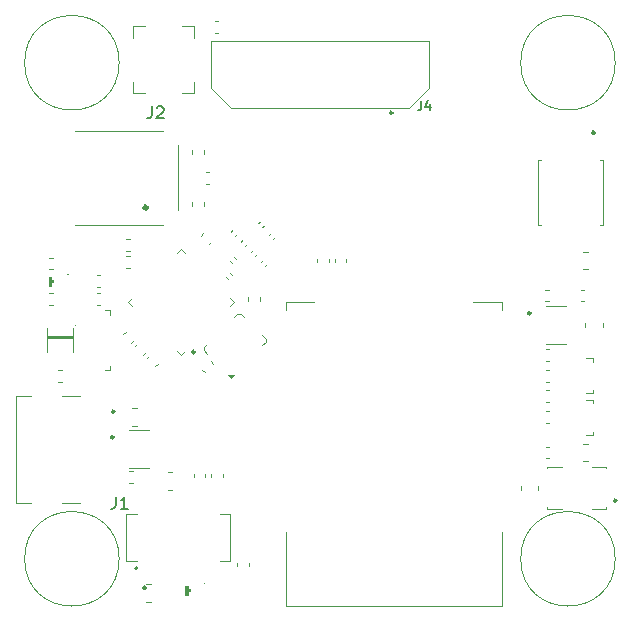
<source format=gbr>
%TF.GenerationSoftware,KiCad,Pcbnew,7.0.7*%
%TF.CreationDate,2024-01-21T18:01:16-05:00*%
%TF.ProjectId,Forerunner-Cubic-Mainboard,466f7265-7275-46e6-9e65-722d43756269,rev?*%
%TF.SameCoordinates,Original*%
%TF.FileFunction,Legend,Top*%
%TF.FilePolarity,Positive*%
%FSLAX46Y46*%
G04 Gerber Fmt 4.6, Leading zero omitted, Abs format (unit mm)*
G04 Created by KiCad (PCBNEW 7.0.7) date 2024-01-21 18:01:16*
%MOMM*%
%LPD*%
G01*
G04 APERTURE LIST*
%ADD10C,0.150000*%
%ADD11C,0.120000*%
%ADD12C,0.250000*%
%ADD13C,0.010000*%
%ADD14C,0.125000*%
%ADD15C,0.310000*%
G04 APERTURE END LIST*
D10*
X9540139Y3200000D02*
G75*
G03*
X9540139Y3200000I-90139J0D01*
G01*
X7716666Y9245180D02*
X7716666Y8530895D01*
X7716666Y8530895D02*
X7669047Y8388038D01*
X7669047Y8388038D02*
X7573809Y8292800D01*
X7573809Y8292800D02*
X7430952Y8245180D01*
X7430952Y8245180D02*
X7335714Y8245180D01*
X8716666Y8245180D02*
X8145238Y8245180D01*
X8430952Y8245180D02*
X8430952Y9245180D01*
X8430952Y9245180D02*
X8335714Y9102323D01*
X8335714Y9102323D02*
X8240476Y9007085D01*
X8240476Y9007085D02*
X8145238Y8959466D01*
X10766666Y42295180D02*
X10766666Y41580895D01*
X10766666Y41580895D02*
X10719047Y41438038D01*
X10719047Y41438038D02*
X10623809Y41342800D01*
X10623809Y41342800D02*
X10480952Y41295180D01*
X10480952Y41295180D02*
X10385714Y41295180D01*
X11195238Y42199942D02*
X11242857Y42247561D01*
X11242857Y42247561D02*
X11338095Y42295180D01*
X11338095Y42295180D02*
X11576190Y42295180D01*
X11576190Y42295180D02*
X11671428Y42247561D01*
X11671428Y42247561D02*
X11719047Y42199942D01*
X11719047Y42199942D02*
X11766666Y42104704D01*
X11766666Y42104704D02*
X11766666Y42009466D01*
X11766666Y42009466D02*
X11719047Y41866609D01*
X11719047Y41866609D02*
X11147619Y41295180D01*
X11147619Y41295180D02*
X11766666Y41295180D01*
X33583333Y42787704D02*
X33583333Y42216276D01*
X33583333Y42216276D02*
X33545238Y42101990D01*
X33545238Y42101990D02*
X33469047Y42025800D01*
X33469047Y42025800D02*
X33354762Y41987704D01*
X33354762Y41987704D02*
X33278571Y41987704D01*
X34307143Y42521038D02*
X34307143Y41987704D01*
X34116667Y42825800D02*
X33926190Y42254371D01*
X33926190Y42254371D02*
X34421429Y42254371D01*
D11*
%TO.C,LP1*%
X7220000Y19960000D02*
X6820000Y19960000D01*
X7220000Y20360000D02*
X7220000Y19960000D01*
X7220000Y24640000D02*
X7220000Y25040000D01*
X7220000Y25040000D02*
X6820000Y25040000D01*
%TO.C,U8*%
X45825000Y25400000D02*
X44125000Y25400000D01*
X45825000Y22200000D02*
X44125000Y22200000D01*
D12*
X42825000Y24800000D02*
G75*
G03*
X42825000Y24800000I-100000J0D01*
G01*
D11*
%TO.C,C20*%
X8600000Y29600000D02*
X8900000Y29600000D01*
X8600000Y28600000D02*
X8900000Y28600000D01*
%TO.C,F2*%
X16100000Y49500000D02*
X16400000Y49500000D01*
X16100000Y48500000D02*
X16400000Y48500000D01*
%TO.C,SW1*%
X49250000Y8250000D02*
X49250000Y8350000D01*
X49250000Y8250000D02*
X48000000Y8250000D01*
X49250000Y11750000D02*
X49250000Y11650000D01*
X49250000Y11750000D02*
X48000000Y11750000D01*
X45500000Y8250000D02*
X44250000Y8250000D01*
X45500000Y11750000D02*
X44250000Y11750000D01*
X44250000Y8250000D02*
X44250000Y8350000D01*
X44250000Y11750000D02*
X44250000Y11650000D01*
D12*
X50100000Y8925000D02*
G75*
G03*
X50100000Y8925000I-100000J0D01*
G01*
D11*
%TO.C,R21*%
X6400000Y27000000D02*
X6100000Y27000000D01*
X6400000Y28000000D02*
X6100000Y28000000D01*
%TO.C,R27*%
X19152513Y30006066D02*
X19293934Y30147487D01*
X19647487Y29793934D02*
X19506066Y29652513D01*
%TO.C,MH3*%
X50000000Y4000000D02*
G75*
G03*
X50000000Y4000000I-4000000J0D01*
G01*
%TO.C,U5*%
X8600000Y3800000D02*
X9500000Y3800000D01*
X8600000Y3800000D02*
X8600000Y7800000D01*
X17400000Y3800000D02*
X16500000Y3800000D01*
X17400000Y3800000D02*
X17400000Y7800000D01*
X8600000Y7800000D02*
X9500000Y7800000D01*
X16500000Y7800000D02*
X17400000Y7800000D01*
D12*
X10242500Y1550000D02*
G75*
G03*
X10242500Y1550000I-100000J0D01*
G01*
D11*
%TO.C,R22*%
X6400000Y25500000D02*
X6100000Y25500000D01*
X6400000Y26500000D02*
X6100000Y26500000D01*
%TO.C,D8*%
X15200000Y38600000D02*
X15200000Y38300000D01*
X14200000Y38600000D02*
X14200000Y38300000D01*
%TO.C,R17*%
X15300000Y11200000D02*
X15300000Y10900000D01*
X14300000Y11200000D02*
X14300000Y10900000D01*
%TO.C,L2*%
X14350000Y49100000D02*
X13350000Y49100000D01*
X14350000Y49100000D02*
X14350000Y48100000D01*
X9150000Y49100000D02*
X10150000Y49100000D01*
X9150000Y49100000D02*
X9150000Y48100000D01*
X14350000Y43400000D02*
X14350000Y44400000D01*
X14350000Y43400000D02*
X13350000Y43400000D01*
X9150000Y43400000D02*
X9150000Y44400000D01*
X9150000Y43400000D02*
X10150000Y43400000D01*
%TO.C,R7*%
X44400000Y20750000D02*
X44100000Y20750000D01*
X44400000Y21750000D02*
X44100000Y21750000D01*
%TO.C,X1*%
X15183705Y21655025D02*
X15183705Y21937868D01*
X15466548Y21372183D02*
X15183705Y21655025D01*
X15183705Y21937868D02*
X15466548Y22220711D01*
X20133452Y22079289D02*
X20416295Y22362132D01*
X18012132Y24766295D02*
X17729289Y24483452D01*
X20416295Y22362132D02*
X20416295Y22644975D01*
X18294975Y24766295D02*
X18012132Y24766295D01*
X18577817Y24483452D02*
X18294975Y24766295D01*
X20416295Y22644975D02*
X20133452Y22927817D01*
X17464124Y19268540D02*
X17198959Y19533705D01*
X17729289Y19533705D01*
X17464124Y19268540D01*
G36*
X17464124Y19268540D02*
G01*
X17198959Y19533705D01*
X17729289Y19533705D01*
X17464124Y19268540D01*
G37*
%TO.C,MH4*%
X8000000Y4000000D02*
G75*
G03*
X8000000Y4000000I-4000000J0D01*
G01*
%TO.C,C22*%
X8600000Y31100000D02*
X8900000Y31100000D01*
X8600000Y30100000D02*
X8900000Y30100000D01*
%TO.C,R9*%
X25750000Y29400000D02*
X25750000Y29100000D01*
X24750000Y29400000D02*
X24750000Y29100000D01*
%TO.C,J1*%
X4650000Y17750000D02*
X3150000Y17750000D01*
X500000Y17750000D02*
X-750000Y17750000D01*
X-750000Y17750000D02*
X-750000Y8750000D01*
X4650000Y8750000D02*
X3150000Y8750000D01*
X500000Y8750000D02*
X-750000Y8750000D01*
D12*
X7600000Y16450000D02*
G75*
G03*
X7600000Y16450000I-100000J0D01*
G01*
D11*
%TO.C,C13*%
X10300000Y1850000D02*
X10700000Y1850000D01*
X10300000Y350000D02*
X10700000Y350000D01*
D13*
%TO.C,D6*%
X13600000Y1700000D02*
X13800000Y1700000D01*
X13800000Y1700000D02*
X13800000Y900000D01*
X13800000Y900000D02*
X13600000Y900000D01*
X13600000Y900000D02*
X13600000Y1700000D01*
G36*
X13600000Y1700000D02*
G01*
X13800000Y1700000D01*
X13800000Y900000D01*
X13600000Y900000D01*
X13600000Y1700000D01*
G37*
G36*
X13800000Y1425000D02*
G01*
X14050000Y1425000D01*
X14050000Y1175000D01*
X13800000Y1175000D01*
X13800000Y1425000D01*
G37*
D14*
X15260000Y1900000D02*
G75*
G03*
X15260000Y1900000I-60000J0D01*
G01*
D11*
%TO.C,R6*%
X44400000Y12500000D02*
X44100000Y12500000D01*
X44400000Y13500000D02*
X44100000Y13500000D01*
%TO.C,R28*%
X18302513Y30856066D02*
X18443934Y30997487D01*
X18797487Y30643934D02*
X18656066Y30502513D01*
%TO.C,R11*%
X44100000Y18250000D02*
X44400000Y18250000D01*
X44100000Y17250000D02*
X44400000Y17250000D01*
%TO.C,D2*%
X9150000Y10400000D02*
X8850000Y10400000D01*
X9150000Y11400000D02*
X8850000Y11400000D01*
%TO.C,R24*%
X17756066Y29547487D02*
X17897487Y29406066D01*
X17543934Y29052513D02*
X17402513Y29193934D01*
%TO.C,C25*%
X19900000Y26150000D02*
X19900000Y25850000D01*
X18900000Y26150000D02*
X18900000Y25850000D01*
D13*
%TO.C,D7*%
X2050000Y27900000D02*
X2250000Y27900000D01*
X2250000Y27900000D02*
X2250000Y27100000D01*
X2250000Y27100000D02*
X2050000Y27100000D01*
X2050000Y27100000D02*
X2050000Y27900000D01*
G36*
X2050000Y27900000D02*
G01*
X2250000Y27900000D01*
X2250000Y27100000D01*
X2050000Y27100000D01*
X2050000Y27900000D01*
G37*
G36*
X2250000Y27625000D02*
G01*
X2500000Y27625000D01*
X2500000Y27375000D01*
X2250000Y27375000D01*
X2250000Y27625000D01*
G37*
D14*
X3710000Y28100000D02*
G75*
G03*
X3710000Y28100000I-60000J0D01*
G01*
D11*
%TO.C,R31*%
X44375000Y25800000D02*
X44075000Y25800000D01*
X44375000Y26800000D02*
X44075000Y26800000D01*
%TO.C,U6*%
X13250000Y21259872D02*
X13596948Y21606820D01*
X17393180Y25403052D02*
X17740128Y25750000D01*
X17740128Y25750000D02*
X17393180Y26096948D01*
X12903052Y21606820D02*
X13250000Y21259872D01*
X13596948Y29893180D02*
X13250000Y30240128D01*
X8759872Y25750000D02*
X9106820Y25403052D01*
X9106820Y26096948D02*
X8759872Y25750000D01*
X13250000Y30240128D02*
X12903052Y29893180D01*
D12*
X14410660Y21507359D02*
G75*
G03*
X14410660Y21507359I-100000J0D01*
G01*
D11*
%TO.C,Q3*%
X47500000Y17450000D02*
X48150000Y17450000D01*
X48150000Y17450000D02*
X48150000Y17150000D01*
X48150000Y14450000D02*
X47500000Y14450000D01*
X48150000Y14450000D02*
X48150000Y14750000D01*
%TO.C,U7*%
X49000000Y37750000D02*
X48750000Y37750000D01*
X43750000Y37750000D02*
X43500000Y37750000D01*
X43500000Y37750000D02*
X43500000Y32250000D01*
X49000000Y32250000D02*
X49000000Y37750000D01*
X49000000Y32250000D02*
X48750000Y32250000D01*
X43750000Y32250000D02*
X43500000Y32250000D01*
D12*
X48255000Y40080000D02*
G75*
G03*
X48255000Y40080000I-100000J0D01*
G01*
D11*
%TO.C,C2*%
X43500000Y10200000D02*
X43500000Y9800000D01*
X42000000Y10200000D02*
X42000000Y9800000D01*
%TO.C,R8*%
X27250000Y29400000D02*
X27250000Y29100000D01*
X26250000Y29400000D02*
X26250000Y29100000D01*
%TO.C,MH1*%
X8000000Y46000000D02*
G75*
G03*
X8000000Y46000000I-4000000J0D01*
G01*
%TO.C,J2*%
X4250000Y40250000D02*
X11750000Y40250000D01*
X13000000Y39000000D02*
X13000000Y33500000D01*
X4250000Y32250000D02*
X11750000Y32250000D01*
D15*
X10405000Y33750000D02*
G75*
G03*
X10405000Y33750000I-155000J0D01*
G01*
D11*
%TO.C,C9*%
X9500000Y15250000D02*
X9100000Y15250000D01*
X9500000Y16750000D02*
X9100000Y16750000D01*
%TO.C,C19*%
X9339340Y21996446D02*
X9551472Y22208578D01*
X10046446Y21289340D02*
X10258578Y21501472D01*
%TO.C,R26*%
X20002513Y29156066D02*
X20143934Y29297487D01*
X20497487Y28943934D02*
X20356066Y28802513D01*
%TO.C,R20*%
X2100000Y26500000D02*
X2400000Y26500000D01*
X2100000Y25500000D02*
X2400000Y25500000D01*
%TO.C,L1*%
X15650000Y35750000D02*
X15350000Y35750000D01*
X15650000Y36750000D02*
X15350000Y36750000D01*
%TO.C,D9*%
X14200000Y33900000D02*
X14200000Y34200000D01*
X15200000Y33900000D02*
X15200000Y34200000D01*
%TO.C,R29*%
X17452513Y31706066D02*
X17593934Y31847487D01*
X17947487Y31493934D02*
X17806066Y31352513D01*
%TO.C,C18*%
X8339340Y22996446D02*
X8551472Y23208578D01*
X9046446Y22289340D02*
X9258578Y22501472D01*
%TO.C,D1*%
X1900000Y21500000D02*
X1900000Y23500000D01*
X4100000Y21500000D02*
X4100000Y23500000D01*
G36*
X1900000Y22600000D02*
G01*
X4100000Y22600000D01*
X4100000Y22850000D01*
X1900000Y22850000D01*
X1900000Y22600000D01*
G37*
D14*
X4330000Y23770000D02*
G75*
G03*
X4330000Y23770000I-60000J0D01*
G01*
D11*
%TO.C,U1*%
X40377000Y-37000D02*
X22123000Y-37000D01*
X40377000Y6290000D02*
X40377000Y-37000D01*
X40377000Y25040000D02*
X40377000Y25717000D01*
X40377000Y25717000D02*
X38000000Y25717000D01*
X22123000Y6290000D02*
X22123000Y-37000D01*
X22123000Y25040000D02*
X22123000Y25717000D01*
X22123000Y25717000D02*
X24500000Y25717000D01*
%TO.C,C26*%
X20702513Y31456066D02*
X20843934Y31597487D01*
X21197487Y31243934D02*
X21056066Y31102513D01*
%TO.C,C23*%
X15809619Y30852513D02*
X15597487Y30640381D01*
X15102513Y31559619D02*
X14890381Y31347487D01*
%TO.C,R32*%
X47375000Y25800000D02*
X47075000Y25800000D01*
X47375000Y26800000D02*
X47075000Y26800000D01*
%TO.C,C12*%
X12500000Y9850000D02*
X12100000Y9850000D01*
X12500000Y11350000D02*
X12100000Y11350000D01*
%TO.C,J4*%
X15775000Y47854000D02*
X34225000Y47854000D01*
X15775000Y43846000D02*
X15775000Y47854000D01*
X17475000Y42146000D02*
X15775000Y43846000D01*
X32525000Y42146000D02*
X17475000Y42146000D01*
X34225000Y47854000D02*
X34225000Y43846000D01*
X34225000Y43846000D02*
X32525000Y42146000D01*
D12*
X31132500Y41750000D02*
G75*
G03*
X31132500Y41750000I-100000J0D01*
G01*
D11*
%TO.C,R16*%
X16800000Y11200000D02*
X16800000Y10900000D01*
X15800000Y11200000D02*
X15800000Y10900000D01*
%TO.C,C30*%
X47300000Y30000000D02*
X47700000Y30000000D01*
X47300000Y28500000D02*
X47700000Y28500000D01*
%TO.C,R25*%
X17406066Y28197487D02*
X17547487Y28056066D01*
X17193934Y27702513D02*
X17052513Y27843934D01*
%TO.C,D3*%
X10525000Y14900000D02*
X8825000Y14900000D01*
X10525000Y11700000D02*
X8825000Y11700000D01*
D12*
X7525000Y14300000D02*
G75*
G03*
X7525000Y14300000I-100000J0D01*
G01*
D11*
%TO.C,R18*%
X19000000Y3650000D02*
X19000000Y3350000D01*
X18000000Y3650000D02*
X18000000Y3350000D01*
%TO.C,R23*%
X11259619Y20502513D02*
X11047487Y20290381D01*
X10552513Y21209619D02*
X10340381Y20997487D01*
%TO.C,MH2*%
X50000000Y46000000D02*
G75*
G03*
X50000000Y46000000I-4000000J0D01*
G01*
%TO.C,R12*%
X44100000Y16500000D02*
X44400000Y16500000D01*
X44100000Y15500000D02*
X44400000Y15500000D01*
%TO.C,C31*%
X48975000Y24000000D02*
X48975000Y23600000D01*
X47475000Y24000000D02*
X47475000Y23600000D01*
%TO.C,R1*%
X3150000Y19000000D02*
X2850000Y19000000D01*
X3150000Y20000000D02*
X2850000Y20000000D01*
%TO.C,C1*%
X47300000Y13750000D02*
X47700000Y13750000D01*
X47300000Y12250000D02*
X47700000Y12250000D01*
%TO.C,R19*%
X2400000Y28500000D02*
X2100000Y28500000D01*
X2400000Y29500000D02*
X2100000Y29500000D01*
%TO.C,C27*%
X19752513Y32406066D02*
X19893934Y32547487D01*
X20247487Y32193934D02*
X20106066Y32052513D01*
%TO.C,R10*%
X44100000Y20000000D02*
X44400000Y20000000D01*
X44100000Y19000000D02*
X44400000Y19000000D01*
%TO.C,Q2*%
X47500000Y21000000D02*
X48150000Y21000000D01*
X48150000Y21000000D02*
X48150000Y20700000D01*
X48150000Y18000000D02*
X47500000Y18000000D01*
X48150000Y18000000D02*
X48150000Y18300000D01*
%TO.C,C24*%
X15747487Y20709619D02*
X15959619Y20497487D01*
X15040381Y20002513D02*
X15252513Y19790381D01*
%TD*%
M02*

</source>
